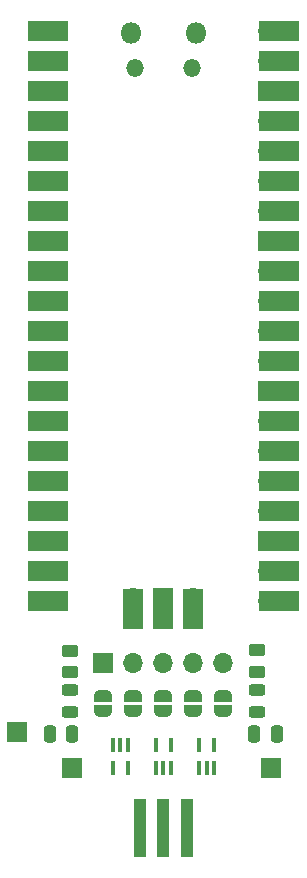
<source format=gbr>
%TF.GenerationSoftware,KiCad,Pcbnew,8.99.0-unknown-120b06f916~181~ubuntu22.04.1*%
%TF.CreationDate,2024-11-21T04:22:58-08:00*%
%TF.ProjectId,gb_video_pico_breakout,67625f76-6964-4656-9f5f-7069636f5f62,rev?*%
%TF.SameCoordinates,Original*%
%TF.FileFunction,Soldermask,Top*%
%TF.FilePolarity,Negative*%
%FSLAX46Y46*%
G04 Gerber Fmt 4.6, Leading zero omitted, Abs format (unit mm)*
G04 Created by KiCad (PCBNEW 8.99.0-unknown-120b06f916~181~ubuntu22.04.1) date 2024-11-21 04:22:58*
%MOMM*%
%LPD*%
G01*
G04 APERTURE LIST*
G04 Aperture macros list*
%AMRoundRect*
0 Rectangle with rounded corners*
0 $1 Rounding radius*
0 $2 $3 $4 $5 $6 $7 $8 $9 X,Y pos of 4 corners*
0 Add a 4 corners polygon primitive as box body*
4,1,4,$2,$3,$4,$5,$6,$7,$8,$9,$2,$3,0*
0 Add four circle primitives for the rounded corners*
1,1,$1+$1,$2,$3*
1,1,$1+$1,$4,$5*
1,1,$1+$1,$6,$7*
1,1,$1+$1,$8,$9*
0 Add four rect primitives between the rounded corners*
20,1,$1+$1,$2,$3,$4,$5,0*
20,1,$1+$1,$4,$5,$6,$7,0*
20,1,$1+$1,$6,$7,$8,$9,0*
20,1,$1+$1,$8,$9,$2,$3,0*%
%AMFreePoly0*
4,1,23,0.500000,-0.750000,0.000000,-0.750000,0.000000,-0.745722,-0.065263,-0.745722,-0.191342,-0.711940,-0.304381,-0.646677,-0.396677,-0.554381,-0.461940,-0.441342,-0.495722,-0.315263,-0.495722,-0.250000,-0.500000,-0.250000,-0.500000,0.250000,-0.495722,0.250000,-0.495722,0.315263,-0.461940,0.441342,-0.396677,0.554381,-0.304381,0.646677,-0.191342,0.711940,-0.065263,0.745722,0.000000,0.745722,
0.000000,0.750000,0.500000,0.750000,0.500000,-0.750000,0.500000,-0.750000,$1*%
%AMFreePoly1*
4,1,23,0.000000,0.745722,0.065263,0.745722,0.191342,0.711940,0.304381,0.646677,0.396677,0.554381,0.461940,0.441342,0.495722,0.315263,0.495722,0.250000,0.500000,0.250000,0.500000,-0.250000,0.495722,-0.250000,0.495722,-0.315263,0.461940,-0.441342,0.396677,-0.554381,0.304381,-0.646677,0.191342,-0.711940,0.065263,-0.745722,0.000000,-0.745722,0.000000,-0.750000,-0.500000,-0.750000,
-0.500000,0.750000,0.000000,0.750000,0.000000,0.745722,0.000000,0.745722,$1*%
G04 Aperture macros list end*
%ADD10R,1.700000X1.700000*%
%ADD11RoundRect,0.250000X0.250000X0.475000X-0.250000X0.475000X-0.250000X-0.475000X0.250000X-0.475000X0*%
%ADD12RoundRect,0.250000X0.450000X-0.262500X0.450000X0.262500X-0.450000X0.262500X-0.450000X-0.262500X0*%
%ADD13R,1.000000X5.000000*%
%ADD14FreePoly0,90.000000*%
%ADD15FreePoly1,90.000000*%
%ADD16R,0.400000X1.200000*%
%ADD17RoundRect,0.243750X-0.456250X0.243750X-0.456250X-0.243750X0.456250X-0.243750X0.456250X0.243750X0*%
%ADD18O,1.800000X1.800000*%
%ADD19O,1.500000X1.500000*%
%ADD20O,1.700000X1.700000*%
%ADD21R,3.500000X1.700000*%
%ADD22R,1.700000X3.500000*%
%ADD23RoundRect,0.250000X-0.250000X-0.475000X0.250000X-0.475000X0.250000X0.475000X-0.250000X0.475000X0*%
G04 APERTURE END LIST*
D10*
%TO.C,TP3*%
X137550000Y-117950000D03*
%TD*%
%TO.C,TP2*%
X142150000Y-120950000D03*
%TD*%
D11*
%TO.C,C2*%
X142200000Y-118100000D03*
X140300000Y-118100000D03*
%TD*%
D12*
%TO.C,R4*%
X142000000Y-112850000D03*
X142000000Y-111025000D03*
%TD*%
D13*
%TO.C,GB1*%
X147921320Y-126000000D03*
X149921320Y-126000000D03*
X151921320Y-126000000D03*
%TD*%
D14*
%TO.C,JP1*%
X144800000Y-116150000D03*
D15*
X144800000Y-114850000D03*
%TD*%
D16*
%TO.C,U1*%
X146915833Y-119050000D03*
X146265833Y-119050000D03*
X145615833Y-119050000D03*
X145615833Y-120950000D03*
X146915833Y-120950000D03*
%TD*%
D17*
%TO.C,D1*%
X157800000Y-114337500D03*
X157800000Y-116212500D03*
%TD*%
D10*
%TO.C,TP1*%
X159000000Y-120950000D03*
%TD*%
D14*
%TO.C,JP2*%
X147350000Y-116150000D03*
D15*
X147350000Y-114850000D03*
%TD*%
D18*
%TO.C,U4*%
X147190833Y-58700000D03*
D19*
X147490833Y-61730000D03*
X152340833Y-61730000D03*
D18*
X152640833Y-58700000D03*
D20*
X141025833Y-58570000D03*
D21*
X140125833Y-58570000D03*
D20*
X141025833Y-61110000D03*
D21*
X140125833Y-61110000D03*
D10*
X141025833Y-63650000D03*
D21*
X140125833Y-63650000D03*
D20*
X141025833Y-66190000D03*
D21*
X140125833Y-66190000D03*
D20*
X141025833Y-68730000D03*
D21*
X140125833Y-68730000D03*
D20*
X141025833Y-71270000D03*
D21*
X140125833Y-71270000D03*
D20*
X141025833Y-73810000D03*
D21*
X140125833Y-73810000D03*
D10*
X141025833Y-76350000D03*
D21*
X140125833Y-76350000D03*
D20*
X141025833Y-78890000D03*
D21*
X140125833Y-78890000D03*
D20*
X141025833Y-81430000D03*
D21*
X140125833Y-81430000D03*
D20*
X141025833Y-83970000D03*
D21*
X140125833Y-83970000D03*
D20*
X141025833Y-86510000D03*
D21*
X140125833Y-86510000D03*
D10*
X141025833Y-89050000D03*
D21*
X140125833Y-89050000D03*
D20*
X141025833Y-91590000D03*
D21*
X140125833Y-91590000D03*
D20*
X141025833Y-94130000D03*
D21*
X140125833Y-94130000D03*
D20*
X141025833Y-96670000D03*
D21*
X140125833Y-96670000D03*
D20*
X141025833Y-99210000D03*
D21*
X140125833Y-99210000D03*
D10*
X141025833Y-101750000D03*
D21*
X140125833Y-101750000D03*
D20*
X141025833Y-104290000D03*
D21*
X140125833Y-104290000D03*
D20*
X141025833Y-106830000D03*
D21*
X140125833Y-106830000D03*
D20*
X158805833Y-106830000D03*
D21*
X159705833Y-106830000D03*
D20*
X158805833Y-104290000D03*
D21*
X159705833Y-104290000D03*
D10*
X158805833Y-101750000D03*
D21*
X159705833Y-101750000D03*
D20*
X158805833Y-99210000D03*
D21*
X159705833Y-99210000D03*
D20*
X158805833Y-96670000D03*
D21*
X159705833Y-96670000D03*
D20*
X158805833Y-94130000D03*
D21*
X159705833Y-94130000D03*
D20*
X158805833Y-91590000D03*
D21*
X159705833Y-91590000D03*
D10*
X158805833Y-89050000D03*
D21*
X159705833Y-89050000D03*
D20*
X158805833Y-86510000D03*
D21*
X159705833Y-86510000D03*
D20*
X158805833Y-83970000D03*
D21*
X159705833Y-83970000D03*
D20*
X158805833Y-81430000D03*
D21*
X159705833Y-81430000D03*
D20*
X158805833Y-78890000D03*
D21*
X159705833Y-78890000D03*
D10*
X158805833Y-76350000D03*
D21*
X159705833Y-76350000D03*
D20*
X158805833Y-73810000D03*
D21*
X159705833Y-73810000D03*
D20*
X158805833Y-71270000D03*
D21*
X159705833Y-71270000D03*
D20*
X158805833Y-68730000D03*
D21*
X159705833Y-68730000D03*
D20*
X158805833Y-66190000D03*
D21*
X159705833Y-66190000D03*
D10*
X158805833Y-63650000D03*
D21*
X159705833Y-63650000D03*
D20*
X158805833Y-61110000D03*
D21*
X159705833Y-61110000D03*
D20*
X158805833Y-58570000D03*
D21*
X159705833Y-58570000D03*
D20*
X147375833Y-106600000D03*
D22*
X147375833Y-107500000D03*
D10*
X149915833Y-106600000D03*
D22*
X149915833Y-107500000D03*
D20*
X152455833Y-106600000D03*
D22*
X152455833Y-107500000D03*
%TD*%
D14*
%TO.C,JP3*%
X149900000Y-116150000D03*
D15*
X149900000Y-114850000D03*
%TD*%
D16*
%TO.C,U2*%
X149265833Y-120950000D03*
X149915833Y-120950000D03*
X150565833Y-120950000D03*
X150565833Y-119050000D03*
X149265833Y-119050000D03*
%TD*%
%TO.C,U3*%
X152915833Y-120950000D03*
X153565833Y-120950000D03*
X154215833Y-120950000D03*
X154215833Y-119050000D03*
X152915833Y-119050000D03*
%TD*%
D12*
%TO.C,R3*%
X157800000Y-112812500D03*
X157800000Y-110987500D03*
%TD*%
D14*
%TO.C,JP5*%
X155000000Y-116150000D03*
D15*
X155000000Y-114850000D03*
%TD*%
D23*
%TO.C,C1*%
X157600000Y-118100000D03*
X159500000Y-118100000D03*
%TD*%
D10*
%TO.C,J1*%
X144840833Y-112050000D03*
D20*
X147380833Y-112050000D03*
X149920833Y-112050000D03*
X152460833Y-112050000D03*
X155000833Y-112050000D03*
%TD*%
D17*
%TO.C,D2*%
X142000000Y-114362500D03*
X142000000Y-116237500D03*
%TD*%
D14*
%TO.C,JP4*%
X152450000Y-116150000D03*
D15*
X152450000Y-114850000D03*
%TD*%
M02*

</source>
